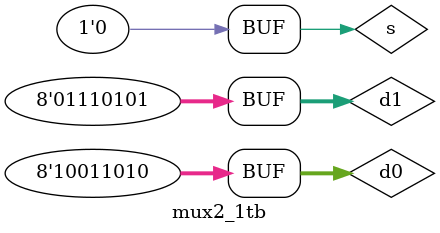
<source format=v>
`timescale 1ns / 1ps


module mux2_1tb;

	// Inputs
	reg [7:0] d0;
	reg [7:0] d1;
	reg s;

	// Outputs
	wire [7:0] y;

	// Instantiate the Unit Under Test (UUT)
	mux2_1 uut (
		.d0(d0), 
		.d1(d1), 
		.s(s), 
		.y(y)
	);

	initial begin
		// Initialize Inputs
		d0 = 8'h9A;
		d1 = 8'h75;
		s = 1;

		// Wait 100 ns for global reset to finish
		#10;
        d0 = 8'h9A;
		d1 = 8'h75;
		s = 0;
		
		#10;
        d0 = 8'h9A;
		d1 = 8'h75;
		// Wait 100 ns for global reset to finish
		#10;
		// Add stimulus here

	end
      
endmodule


</source>
